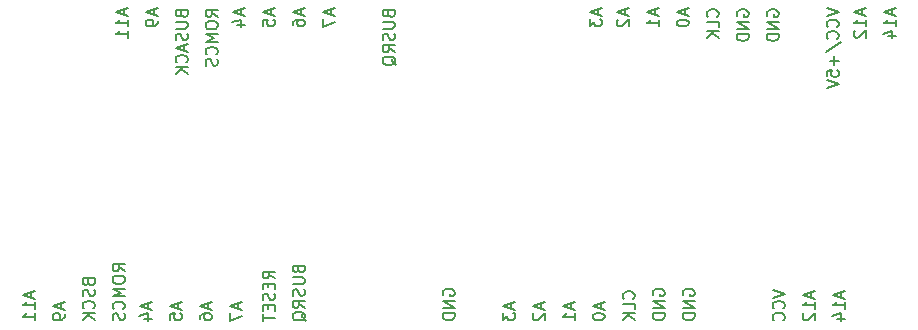
<source format=gbr>
%TF.GenerationSoftware,KiCad,Pcbnew,(6.0.10)*%
%TF.CreationDate,2023-02-24T21:34:05+03:00*%
%TF.ProjectId,Ver2.2,56657232-2e32-42e6-9b69-6361645f7063,rev?*%
%TF.SameCoordinates,Original*%
%TF.FileFunction,Legend,Bot*%
%TF.FilePolarity,Positive*%
%FSLAX46Y46*%
G04 Gerber Fmt 4.6, Leading zero omitted, Abs format (unit mm)*
G04 Created by KiCad (PCBNEW (6.0.10)) date 2023-02-24 21:34:05*
%MOMM*%
%LPD*%
G01*
G04 APERTURE LIST*
%ADD10C,0.150000*%
G04 APERTURE END LIST*
D10*
X95289666Y-73723380D02*
X95289666Y-74199570D01*
X95575380Y-73628142D02*
X94575380Y-73961475D01*
X95575380Y-74294808D01*
X95575380Y-74675761D02*
X95575380Y-74866237D01*
X95527761Y-74961475D01*
X95480142Y-75009094D01*
X95337285Y-75104332D01*
X95146809Y-75151951D01*
X94765857Y-75151951D01*
X94670619Y-75104332D01*
X94623000Y-75056713D01*
X94575380Y-74961475D01*
X94575380Y-74770999D01*
X94623000Y-74675761D01*
X94670619Y-74628142D01*
X94765857Y-74580523D01*
X95003952Y-74580523D01*
X95099190Y-74628142D01*
X95146809Y-74675761D01*
X95194428Y-74770999D01*
X95194428Y-74961475D01*
X95146809Y-75056713D01*
X95099190Y-75104332D01*
X95003952Y-75151951D01*
X118149666Y-48847666D02*
X118149666Y-49323856D01*
X118435380Y-48752428D02*
X117435380Y-49085761D01*
X118435380Y-49419094D01*
X117435380Y-49657190D02*
X117435380Y-50323856D01*
X118435380Y-49895285D01*
X145423000Y-73056714D02*
X145375380Y-72961476D01*
X145375380Y-72818619D01*
X145423000Y-72675761D01*
X145518238Y-72580523D01*
X145613476Y-72532904D01*
X145803952Y-72485285D01*
X145946809Y-72485285D01*
X146137285Y-72532904D01*
X146232523Y-72580523D01*
X146327761Y-72675761D01*
X146375380Y-72818619D01*
X146375380Y-72913857D01*
X146327761Y-73056714D01*
X146280142Y-73104333D01*
X145946809Y-73104333D01*
X145946809Y-72913857D01*
X146375380Y-73532904D02*
X145375380Y-73532904D01*
X146375380Y-74104333D01*
X145375380Y-74104333D01*
X146375380Y-74580523D02*
X145375380Y-74580523D01*
X145375380Y-74818619D01*
X145423000Y-74961476D01*
X145518238Y-75056714D01*
X145613476Y-75104333D01*
X145803952Y-75151952D01*
X145946809Y-75151952D01*
X146137285Y-75104333D01*
X146232523Y-75056714D01*
X146327761Y-74961476D01*
X146375380Y-74818619D01*
X146375380Y-74580523D01*
X97591571Y-71961476D02*
X97639190Y-72104333D01*
X97686809Y-72151952D01*
X97782047Y-72199571D01*
X97924904Y-72199571D01*
X98020142Y-72151952D01*
X98067761Y-72104333D01*
X98115380Y-72009095D01*
X98115380Y-71628142D01*
X97115380Y-71628142D01*
X97115380Y-71961476D01*
X97163000Y-72056714D01*
X97210619Y-72104333D01*
X97305857Y-72151952D01*
X97401095Y-72151952D01*
X97496333Y-72104333D01*
X97543952Y-72056714D01*
X97591571Y-71961476D01*
X97591571Y-71628142D01*
X98067761Y-72580523D02*
X98115380Y-72723380D01*
X98115380Y-72961476D01*
X98067761Y-73056714D01*
X98020142Y-73104333D01*
X97924904Y-73151952D01*
X97829666Y-73151952D01*
X97734428Y-73104333D01*
X97686809Y-73056714D01*
X97639190Y-72961476D01*
X97591571Y-72770999D01*
X97543952Y-72675761D01*
X97496333Y-72628142D01*
X97401095Y-72580523D01*
X97305857Y-72580523D01*
X97210619Y-72628142D01*
X97163000Y-72675761D01*
X97115380Y-72770999D01*
X97115380Y-73009095D01*
X97163000Y-73151952D01*
X98020142Y-74151952D02*
X98067761Y-74104333D01*
X98115380Y-73961476D01*
X98115380Y-73866238D01*
X98067761Y-73723380D01*
X97972523Y-73628142D01*
X97877285Y-73580523D01*
X97686809Y-73532904D01*
X97543952Y-73532904D01*
X97353476Y-73580523D01*
X97258238Y-73628142D01*
X97163000Y-73723380D01*
X97115380Y-73866238D01*
X97115380Y-73961476D01*
X97163000Y-74104333D01*
X97210619Y-74151952D01*
X98115380Y-74580523D02*
X97115380Y-74580523D01*
X98115380Y-75151952D02*
X97543952Y-74723380D01*
X97115380Y-75151952D02*
X97686809Y-74580523D01*
X140755666Y-48847666D02*
X140755666Y-49323856D01*
X141041380Y-48752428D02*
X140041380Y-49085761D01*
X141041380Y-49419094D01*
X140041380Y-49657190D02*
X140041380Y-50276237D01*
X140422333Y-49942904D01*
X140422333Y-50085761D01*
X140469952Y-50180999D01*
X140517571Y-50228618D01*
X140612809Y-50276237D01*
X140850904Y-50276237D01*
X140946142Y-50228618D01*
X140993761Y-50180999D01*
X141041380Y-50085761D01*
X141041380Y-49800047D01*
X140993761Y-49704809D01*
X140946142Y-49657190D01*
X143041666Y-48847666D02*
X143041666Y-49323856D01*
X143327380Y-48752428D02*
X142327380Y-49085761D01*
X143327380Y-49419094D01*
X142422619Y-49704809D02*
X142375000Y-49752428D01*
X142327380Y-49847666D01*
X142327380Y-50085761D01*
X142375000Y-50180999D01*
X142422619Y-50228618D01*
X142517857Y-50276237D01*
X142613095Y-50276237D01*
X142755952Y-50228618D01*
X143327380Y-49657190D01*
X143327380Y-50276237D01*
X133389666Y-73723380D02*
X133389666Y-74199570D01*
X133675380Y-73628142D02*
X132675380Y-73961475D01*
X133675380Y-74294808D01*
X132675380Y-74532904D02*
X132675380Y-75151951D01*
X133056333Y-74818618D01*
X133056333Y-74961475D01*
X133103952Y-75056713D01*
X133151571Y-75104332D01*
X133246809Y-75151951D01*
X133484904Y-75151951D01*
X133580142Y-75104332D01*
X133627761Y-75056713D01*
X133675380Y-74961475D01*
X133675380Y-74675761D01*
X133627761Y-74580523D01*
X133580142Y-74532904D01*
X107735666Y-73723380D02*
X107735666Y-74199570D01*
X108021380Y-73628142D02*
X107021380Y-73961475D01*
X108021380Y-74294808D01*
X107021380Y-75056713D02*
X107021380Y-74866237D01*
X107069000Y-74770999D01*
X107116619Y-74723380D01*
X107259476Y-74628142D01*
X107449952Y-74580523D01*
X107830904Y-74580523D01*
X107926142Y-74628142D01*
X107973761Y-74675761D01*
X108021380Y-74770999D01*
X108021380Y-74961475D01*
X107973761Y-75056713D01*
X107926142Y-75104332D01*
X107830904Y-75151951D01*
X107592809Y-75151951D01*
X107497571Y-75104332D01*
X107449952Y-75056713D01*
X107402333Y-74961475D01*
X107402333Y-74770999D01*
X107449952Y-74675761D01*
X107497571Y-74628142D01*
X107592809Y-74580523D01*
X155535380Y-72580523D02*
X156535380Y-72913857D01*
X155535380Y-73247190D01*
X156440142Y-74151952D02*
X156487761Y-74104333D01*
X156535380Y-73961476D01*
X156535380Y-73866237D01*
X156487761Y-73723380D01*
X156392523Y-73628142D01*
X156297285Y-73580523D01*
X156106809Y-73532904D01*
X155963952Y-73532904D01*
X155773476Y-73580523D01*
X155678238Y-73628142D01*
X155583000Y-73723380D01*
X155535380Y-73866237D01*
X155535380Y-73961476D01*
X155583000Y-74104333D01*
X155630619Y-74151952D01*
X156440142Y-75151952D02*
X156487761Y-75104333D01*
X156535380Y-74961476D01*
X156535380Y-74866237D01*
X156487761Y-74723380D01*
X156392523Y-74628142D01*
X156297285Y-74580523D01*
X156106809Y-74532904D01*
X155963952Y-74532904D01*
X155773476Y-74580523D01*
X155678238Y-74628142D01*
X155583000Y-74723380D01*
X155535380Y-74866237D01*
X155535380Y-74961476D01*
X155583000Y-75104333D01*
X155630619Y-75151952D01*
X165647666Y-48847666D02*
X165647666Y-49323857D01*
X165933380Y-48752428D02*
X164933380Y-49085762D01*
X165933380Y-49419095D01*
X165933380Y-50276238D02*
X165933380Y-49704809D01*
X165933380Y-49990523D02*
X164933380Y-49990523D01*
X165076238Y-49895285D01*
X165171476Y-49800047D01*
X165219095Y-49704809D01*
X165266714Y-51133381D02*
X165933380Y-51133381D01*
X164885761Y-50895285D02*
X165600047Y-50657190D01*
X165600047Y-51276238D01*
X110275666Y-73723380D02*
X110275666Y-74199570D01*
X110561380Y-73628142D02*
X109561380Y-73961475D01*
X110561380Y-74294808D01*
X109561380Y-74532904D02*
X109561380Y-75199570D01*
X110561380Y-74770999D01*
X122991571Y-49228619D02*
X123039190Y-49371476D01*
X123086809Y-49419095D01*
X123182047Y-49466714D01*
X123324904Y-49466714D01*
X123420142Y-49419095D01*
X123467761Y-49371476D01*
X123515380Y-49276238D01*
X123515380Y-48895285D01*
X122515380Y-48895285D01*
X122515380Y-49228619D01*
X122563000Y-49323857D01*
X122610619Y-49371476D01*
X122705857Y-49419095D01*
X122801095Y-49419095D01*
X122896333Y-49371476D01*
X122943952Y-49323857D01*
X122991571Y-49228619D01*
X122991571Y-48895285D01*
X122515380Y-49895285D02*
X123324904Y-49895285D01*
X123420142Y-49942904D01*
X123467761Y-49990523D01*
X123515380Y-50085761D01*
X123515380Y-50276238D01*
X123467761Y-50371476D01*
X123420142Y-50419095D01*
X123324904Y-50466714D01*
X122515380Y-50466714D01*
X123467761Y-50895285D02*
X123515380Y-51038142D01*
X123515380Y-51276238D01*
X123467761Y-51371476D01*
X123420142Y-51419095D01*
X123324904Y-51466714D01*
X123229666Y-51466714D01*
X123134428Y-51419095D01*
X123086809Y-51371476D01*
X123039190Y-51276238D01*
X122991571Y-51085761D01*
X122943952Y-50990523D01*
X122896333Y-50942904D01*
X122801095Y-50895285D01*
X122705857Y-50895285D01*
X122610619Y-50942904D01*
X122563000Y-50990523D01*
X122515380Y-51085761D01*
X122515380Y-51323857D01*
X122563000Y-51466714D01*
X123515380Y-52466714D02*
X123039190Y-52133380D01*
X123515380Y-51895285D02*
X122515380Y-51895285D01*
X122515380Y-52276238D01*
X122563000Y-52371476D01*
X122610619Y-52419095D01*
X122705857Y-52466714D01*
X122848714Y-52466714D01*
X122943952Y-52419095D01*
X122991571Y-52371476D01*
X123039190Y-52276238D01*
X123039190Y-51895285D01*
X123610619Y-53561952D02*
X123563000Y-53466714D01*
X123467761Y-53371476D01*
X123324904Y-53228619D01*
X123277285Y-53133380D01*
X123277285Y-53038142D01*
X123515380Y-53085761D02*
X123467761Y-52990523D01*
X123372523Y-52895285D01*
X123182047Y-52847666D01*
X122848714Y-52847666D01*
X122658238Y-52895285D01*
X122563000Y-52990523D01*
X122515380Y-53085761D01*
X122515380Y-53276238D01*
X122563000Y-53371476D01*
X122658238Y-53466714D01*
X122848714Y-53514333D01*
X123182047Y-53514333D01*
X123372523Y-53466714D01*
X123467761Y-53371476D01*
X123515380Y-53276238D01*
X123515380Y-53085761D01*
X113069666Y-48847666D02*
X113069666Y-49323856D01*
X113355380Y-48752428D02*
X112355380Y-49085761D01*
X113355380Y-49419094D01*
X112355380Y-50228618D02*
X112355380Y-49752428D01*
X112831571Y-49704809D01*
X112783952Y-49752428D01*
X112736333Y-49847666D01*
X112736333Y-50085761D01*
X112783952Y-50180999D01*
X112831571Y-50228618D01*
X112926809Y-50276237D01*
X113164904Y-50276237D01*
X113260142Y-50228618D01*
X113307761Y-50180999D01*
X113355380Y-50085761D01*
X113355380Y-49847666D01*
X113307761Y-49752428D01*
X113260142Y-49704809D01*
X110529666Y-48847666D02*
X110529666Y-49323856D01*
X110815380Y-48752428D02*
X109815380Y-49085761D01*
X110815380Y-49419094D01*
X110148714Y-50180999D02*
X110815380Y-50180999D01*
X109767761Y-49942904D02*
X110482047Y-49704809D01*
X110482047Y-50323856D01*
X160107380Y-48752428D02*
X161107380Y-49085761D01*
X160107380Y-49419095D01*
X161012142Y-50323857D02*
X161059761Y-50276238D01*
X161107380Y-50133381D01*
X161107380Y-50038142D01*
X161059761Y-49895285D01*
X160964523Y-49800047D01*
X160869285Y-49752428D01*
X160678809Y-49704809D01*
X160535952Y-49704809D01*
X160345476Y-49752428D01*
X160250238Y-49800047D01*
X160155000Y-49895285D01*
X160107380Y-50038142D01*
X160107380Y-50133381D01*
X160155000Y-50276238D01*
X160202619Y-50323857D01*
X161012142Y-51323857D02*
X161059761Y-51276238D01*
X161107380Y-51133381D01*
X161107380Y-51038142D01*
X161059761Y-50895285D01*
X160964523Y-50800047D01*
X160869285Y-50752428D01*
X160678809Y-50704809D01*
X160535952Y-50704809D01*
X160345476Y-50752428D01*
X160250238Y-50800047D01*
X160155000Y-50895285D01*
X160107380Y-51038142D01*
X160107380Y-51133381D01*
X160155000Y-51276238D01*
X160202619Y-51323857D01*
X160059761Y-52466714D02*
X161345476Y-51609571D01*
X160726428Y-52800047D02*
X160726428Y-53561952D01*
X161107380Y-53181000D02*
X160345476Y-53181000D01*
X160107380Y-54514333D02*
X160107380Y-54038142D01*
X160583571Y-53990523D01*
X160535952Y-54038142D01*
X160488333Y-54133381D01*
X160488333Y-54371476D01*
X160535952Y-54466714D01*
X160583571Y-54514333D01*
X160678809Y-54561952D01*
X160916904Y-54561952D01*
X161012142Y-54514333D01*
X161059761Y-54466714D01*
X161107380Y-54371476D01*
X161107380Y-54133381D01*
X161059761Y-54038142D01*
X161012142Y-53990523D01*
X160107380Y-54847666D02*
X161107380Y-55181000D01*
X160107380Y-55514333D01*
X150852142Y-49466713D02*
X150899761Y-49419094D01*
X150947380Y-49276237D01*
X150947380Y-49180999D01*
X150899761Y-49038142D01*
X150804523Y-48942904D01*
X150709285Y-48895285D01*
X150518809Y-48847666D01*
X150375952Y-48847666D01*
X150185476Y-48895285D01*
X150090238Y-48942904D01*
X149995000Y-49038142D01*
X149947380Y-49180999D01*
X149947380Y-49276237D01*
X149995000Y-49419094D01*
X150042619Y-49466713D01*
X150947380Y-50371475D02*
X150947380Y-49895285D01*
X149947380Y-49895285D01*
X150947380Y-50704809D02*
X149947380Y-50704809D01*
X150947380Y-51276237D02*
X150375952Y-50847666D01*
X149947380Y-51276237D02*
X150518809Y-50704809D01*
X145581666Y-48847666D02*
X145581666Y-49323856D01*
X145867380Y-48752428D02*
X144867380Y-49085761D01*
X145867380Y-49419094D01*
X145867380Y-50276237D02*
X145867380Y-49704809D01*
X145867380Y-49990523D02*
X144867380Y-49990523D01*
X145010238Y-49895285D01*
X145105476Y-49800047D01*
X145153095Y-49704809D01*
X113355380Y-71628142D02*
X112879190Y-71294808D01*
X113355380Y-71056713D02*
X112355380Y-71056713D01*
X112355380Y-71437665D01*
X112403000Y-71532903D01*
X112450619Y-71580523D01*
X112545857Y-71628142D01*
X112688714Y-71628142D01*
X112783952Y-71580523D01*
X112831571Y-71532903D01*
X112879190Y-71437665D01*
X112879190Y-71056713D01*
X112831571Y-72056713D02*
X112831571Y-72390046D01*
X113355380Y-72532903D02*
X113355380Y-72056713D01*
X112355380Y-72056713D01*
X112355380Y-72532903D01*
X113307761Y-72913856D02*
X113355380Y-73056713D01*
X113355380Y-73294808D01*
X113307761Y-73390046D01*
X113260142Y-73437665D01*
X113164904Y-73485284D01*
X113069666Y-73485284D01*
X112974428Y-73437665D01*
X112926809Y-73390046D01*
X112879190Y-73294808D01*
X112831571Y-73104332D01*
X112783952Y-73009094D01*
X112736333Y-72961475D01*
X112641095Y-72913856D01*
X112545857Y-72913856D01*
X112450619Y-72961475D01*
X112403000Y-73009094D01*
X112355380Y-73104332D01*
X112355380Y-73342427D01*
X112403000Y-73485284D01*
X112831571Y-73913856D02*
X112831571Y-74247189D01*
X113355380Y-74390046D02*
X113355380Y-73913856D01*
X112355380Y-73913856D01*
X112355380Y-74390046D01*
X112355380Y-74675761D02*
X112355380Y-75247189D01*
X113355380Y-74961475D02*
X112355380Y-74961475D01*
X138469666Y-73723380D02*
X138469666Y-74199570D01*
X138755380Y-73628142D02*
X137755380Y-73961475D01*
X138755380Y-74294808D01*
X138755380Y-75151951D02*
X138755380Y-74580523D01*
X138755380Y-74866237D02*
X137755380Y-74866237D01*
X137898238Y-74770999D01*
X137993476Y-74675761D01*
X138041095Y-74580523D01*
X100655380Y-71009095D02*
X100179190Y-70675761D01*
X100655380Y-70437666D02*
X99655380Y-70437666D01*
X99655380Y-70818619D01*
X99703000Y-70913857D01*
X99750619Y-70961476D01*
X99845857Y-71009095D01*
X99988714Y-71009095D01*
X100083952Y-70961476D01*
X100131571Y-70913857D01*
X100179190Y-70818619D01*
X100179190Y-70437666D01*
X99655380Y-71628142D02*
X99655380Y-71818619D01*
X99703000Y-71913857D01*
X99798238Y-72009095D01*
X99988714Y-72056714D01*
X100322047Y-72056714D01*
X100512523Y-72009095D01*
X100607761Y-71913857D01*
X100655380Y-71818619D01*
X100655380Y-71628142D01*
X100607761Y-71532904D01*
X100512523Y-71437666D01*
X100322047Y-71390047D01*
X99988714Y-71390047D01*
X99798238Y-71437666D01*
X99703000Y-71532904D01*
X99655380Y-71628142D01*
X100655380Y-72485285D02*
X99655380Y-72485285D01*
X100369666Y-72818619D01*
X99655380Y-73151952D01*
X100655380Y-73151952D01*
X100560142Y-74199571D02*
X100607761Y-74151952D01*
X100655380Y-74009095D01*
X100655380Y-73913857D01*
X100607761Y-73771000D01*
X100512523Y-73675761D01*
X100417285Y-73628142D01*
X100226809Y-73580523D01*
X100083952Y-73580523D01*
X99893476Y-73628142D01*
X99798238Y-73675761D01*
X99703000Y-73771000D01*
X99655380Y-73913857D01*
X99655380Y-74009095D01*
X99703000Y-74151952D01*
X99750619Y-74199571D01*
X100607761Y-74580523D02*
X100655380Y-74723380D01*
X100655380Y-74961476D01*
X100607761Y-75056714D01*
X100560142Y-75104333D01*
X100464904Y-75151952D01*
X100369666Y-75151952D01*
X100274428Y-75104333D01*
X100226809Y-75056714D01*
X100179190Y-74961476D01*
X100131571Y-74771000D01*
X100083952Y-74675761D01*
X100036333Y-74628142D01*
X99941095Y-74580523D01*
X99845857Y-74580523D01*
X99750619Y-74628142D01*
X99703000Y-74675761D01*
X99655380Y-74771000D01*
X99655380Y-75009095D01*
X99703000Y-75151952D01*
X105465571Y-49228619D02*
X105513190Y-49371476D01*
X105560809Y-49419095D01*
X105656047Y-49466714D01*
X105798904Y-49466714D01*
X105894142Y-49419095D01*
X105941761Y-49371476D01*
X105989380Y-49276238D01*
X105989380Y-48895285D01*
X104989380Y-48895285D01*
X104989380Y-49228619D01*
X105037000Y-49323857D01*
X105084619Y-49371476D01*
X105179857Y-49419095D01*
X105275095Y-49419095D01*
X105370333Y-49371476D01*
X105417952Y-49323857D01*
X105465571Y-49228619D01*
X105465571Y-48895285D01*
X104989380Y-49895285D02*
X105798904Y-49895285D01*
X105894142Y-49942904D01*
X105941761Y-49990523D01*
X105989380Y-50085762D01*
X105989380Y-50276238D01*
X105941761Y-50371476D01*
X105894142Y-50419095D01*
X105798904Y-50466714D01*
X104989380Y-50466714D01*
X105941761Y-50895285D02*
X105989380Y-51038142D01*
X105989380Y-51276238D01*
X105941761Y-51371476D01*
X105894142Y-51419095D01*
X105798904Y-51466714D01*
X105703666Y-51466714D01*
X105608428Y-51419095D01*
X105560809Y-51371476D01*
X105513190Y-51276238D01*
X105465571Y-51085762D01*
X105417952Y-50990523D01*
X105370333Y-50942904D01*
X105275095Y-50895285D01*
X105179857Y-50895285D01*
X105084619Y-50942904D01*
X105037000Y-50990523D01*
X104989380Y-51085762D01*
X104989380Y-51323857D01*
X105037000Y-51466714D01*
X105703666Y-51847666D02*
X105703666Y-52323857D01*
X105989380Y-51752428D02*
X104989380Y-52085762D01*
X105989380Y-52419095D01*
X105894142Y-53323857D02*
X105941761Y-53276238D01*
X105989380Y-53133381D01*
X105989380Y-53038142D01*
X105941761Y-52895285D01*
X105846523Y-52800047D01*
X105751285Y-52752428D01*
X105560809Y-52704809D01*
X105417952Y-52704809D01*
X105227476Y-52752428D01*
X105132238Y-52800047D01*
X105037000Y-52895285D01*
X104989380Y-53038142D01*
X104989380Y-53133381D01*
X105037000Y-53276238D01*
X105084619Y-53323857D01*
X105989380Y-53752428D02*
X104989380Y-53752428D01*
X105989380Y-54323857D02*
X105417952Y-53895285D01*
X104989380Y-54323857D02*
X105560809Y-53752428D01*
X161329666Y-72770999D02*
X161329666Y-73247190D01*
X161615380Y-72675761D02*
X160615380Y-73009095D01*
X161615380Y-73342428D01*
X161615380Y-74199571D02*
X161615380Y-73628142D01*
X161615380Y-73913856D02*
X160615380Y-73913856D01*
X160758238Y-73818618D01*
X160853476Y-73723380D01*
X160901095Y-73628142D01*
X160948714Y-75056714D02*
X161615380Y-75056714D01*
X160567761Y-74818618D02*
X161282047Y-74580523D01*
X161282047Y-75199571D01*
X127643000Y-73056714D02*
X127595380Y-72961476D01*
X127595380Y-72818619D01*
X127643000Y-72675761D01*
X127738238Y-72580523D01*
X127833476Y-72532904D01*
X128023952Y-72485285D01*
X128166809Y-72485285D01*
X128357285Y-72532904D01*
X128452523Y-72580523D01*
X128547761Y-72675761D01*
X128595380Y-72818619D01*
X128595380Y-72913857D01*
X128547761Y-73056714D01*
X128500142Y-73104333D01*
X128166809Y-73104333D01*
X128166809Y-72913857D01*
X128595380Y-73532904D02*
X127595380Y-73532904D01*
X128595380Y-74104333D01*
X127595380Y-74104333D01*
X128595380Y-74580523D02*
X127595380Y-74580523D01*
X127595380Y-74818619D01*
X127643000Y-74961476D01*
X127738238Y-75056714D01*
X127833476Y-75104333D01*
X128023952Y-75151952D01*
X128166809Y-75151952D01*
X128357285Y-75104333D01*
X128452523Y-75056714D01*
X128547761Y-74961476D01*
X128595380Y-74818619D01*
X128595380Y-74580523D01*
X135929666Y-73723380D02*
X135929666Y-74199570D01*
X136215380Y-73628142D02*
X135215380Y-73961475D01*
X136215380Y-74294808D01*
X135310619Y-74580523D02*
X135263000Y-74628142D01*
X135215380Y-74723380D01*
X135215380Y-74961475D01*
X135263000Y-75056713D01*
X135310619Y-75104332D01*
X135405857Y-75151951D01*
X135501095Y-75151951D01*
X135643952Y-75104332D01*
X136215380Y-74532904D01*
X136215380Y-75151951D01*
X163107666Y-48847666D02*
X163107666Y-49323857D01*
X163393380Y-48752428D02*
X162393380Y-49085762D01*
X163393380Y-49419095D01*
X163393380Y-50276238D02*
X163393380Y-49704809D01*
X163393380Y-49990523D02*
X162393380Y-49990523D01*
X162536238Y-49895285D01*
X162631476Y-49800047D01*
X162679095Y-49704809D01*
X162488619Y-50657190D02*
X162441000Y-50704809D01*
X162393380Y-50800047D01*
X162393380Y-51038143D01*
X162441000Y-51133381D01*
X162488619Y-51181000D01*
X162583857Y-51228619D01*
X162679095Y-51228619D01*
X162821952Y-51181000D01*
X163393380Y-50609571D01*
X163393380Y-51228619D01*
X155075000Y-49419095D02*
X155027380Y-49323857D01*
X155027380Y-49181000D01*
X155075000Y-49038142D01*
X155170238Y-48942904D01*
X155265476Y-48895285D01*
X155455952Y-48847666D01*
X155598809Y-48847666D01*
X155789285Y-48895285D01*
X155884523Y-48942904D01*
X155979761Y-49038142D01*
X156027380Y-49181000D01*
X156027380Y-49276238D01*
X155979761Y-49419095D01*
X155932142Y-49466714D01*
X155598809Y-49466714D01*
X155598809Y-49276238D01*
X156027380Y-49895285D02*
X155027380Y-49895285D01*
X156027380Y-50466714D01*
X155027380Y-50466714D01*
X156027380Y-50942904D02*
X155027380Y-50942904D01*
X155027380Y-51181000D01*
X155075000Y-51323857D01*
X155170238Y-51419095D01*
X155265476Y-51466714D01*
X155455952Y-51514333D01*
X155598809Y-51514333D01*
X155789285Y-51466714D01*
X155884523Y-51419095D01*
X155979761Y-51323857D01*
X156027380Y-51181000D01*
X156027380Y-50942904D01*
X103163666Y-48847666D02*
X103163666Y-49323856D01*
X103449380Y-48752428D02*
X102449380Y-49085761D01*
X103449380Y-49419094D01*
X103449380Y-49800047D02*
X103449380Y-49990523D01*
X103401761Y-50085761D01*
X103354142Y-50133380D01*
X103211285Y-50228618D01*
X103020809Y-50276237D01*
X102639857Y-50276237D01*
X102544619Y-50228618D01*
X102497000Y-50180999D01*
X102449380Y-50085761D01*
X102449380Y-49895285D01*
X102497000Y-49800047D01*
X102544619Y-49752428D01*
X102639857Y-49704809D01*
X102877952Y-49704809D01*
X102973190Y-49752428D01*
X103020809Y-49800047D01*
X103068428Y-49895285D01*
X103068428Y-50085761D01*
X103020809Y-50180999D01*
X102973190Y-50228618D01*
X102877952Y-50276237D01*
X115371571Y-70866238D02*
X115419190Y-71009095D01*
X115466809Y-71056714D01*
X115562047Y-71104333D01*
X115704904Y-71104333D01*
X115800142Y-71056714D01*
X115847761Y-71009095D01*
X115895380Y-70913857D01*
X115895380Y-70532904D01*
X114895380Y-70532904D01*
X114895380Y-70866238D01*
X114943000Y-70961476D01*
X114990619Y-71009095D01*
X115085857Y-71056714D01*
X115181095Y-71056714D01*
X115276333Y-71009095D01*
X115323952Y-70961476D01*
X115371571Y-70866238D01*
X115371571Y-70532904D01*
X114895380Y-71532904D02*
X115704904Y-71532904D01*
X115800142Y-71580523D01*
X115847761Y-71628142D01*
X115895380Y-71723380D01*
X115895380Y-71913857D01*
X115847761Y-72009095D01*
X115800142Y-72056714D01*
X115704904Y-72104333D01*
X114895380Y-72104333D01*
X115847761Y-72532904D02*
X115895380Y-72675761D01*
X115895380Y-72913857D01*
X115847761Y-73009095D01*
X115800142Y-73056714D01*
X115704904Y-73104333D01*
X115609666Y-73104333D01*
X115514428Y-73056714D01*
X115466809Y-73009095D01*
X115419190Y-72913857D01*
X115371571Y-72723380D01*
X115323952Y-72628142D01*
X115276333Y-72580523D01*
X115181095Y-72532904D01*
X115085857Y-72532904D01*
X114990619Y-72580523D01*
X114943000Y-72628142D01*
X114895380Y-72723380D01*
X114895380Y-72961476D01*
X114943000Y-73104333D01*
X115895380Y-74104333D02*
X115419190Y-73770999D01*
X115895380Y-73532904D02*
X114895380Y-73532904D01*
X114895380Y-73913857D01*
X114943000Y-74009095D01*
X114990619Y-74056714D01*
X115085857Y-74104333D01*
X115228714Y-74104333D01*
X115323952Y-74056714D01*
X115371571Y-74009095D01*
X115419190Y-73913857D01*
X115419190Y-73532904D01*
X115990619Y-75199571D02*
X115943000Y-75104333D01*
X115847761Y-75009095D01*
X115704904Y-74866238D01*
X115657285Y-74770999D01*
X115657285Y-74675761D01*
X115895380Y-74723380D02*
X115847761Y-74628142D01*
X115752523Y-74532904D01*
X115562047Y-74485285D01*
X115228714Y-74485285D01*
X115038238Y-74532904D01*
X114943000Y-74628142D01*
X114895380Y-74723380D01*
X114895380Y-74913857D01*
X114943000Y-75009095D01*
X115038238Y-75104333D01*
X115228714Y-75151952D01*
X115562047Y-75151952D01*
X115752523Y-75104333D01*
X115847761Y-75009095D01*
X115895380Y-74913857D01*
X115895380Y-74723380D01*
X105195666Y-73723380D02*
X105195666Y-74199570D01*
X105481380Y-73628142D02*
X104481380Y-73961475D01*
X105481380Y-74294808D01*
X104481380Y-75104332D02*
X104481380Y-74628142D01*
X104957571Y-74580523D01*
X104909952Y-74628142D01*
X104862333Y-74723380D01*
X104862333Y-74961475D01*
X104909952Y-75056713D01*
X104957571Y-75104332D01*
X105052809Y-75151951D01*
X105290904Y-75151951D01*
X105386142Y-75104332D01*
X105433761Y-75056713D01*
X105481380Y-74961475D01*
X105481380Y-74723380D01*
X105433761Y-74628142D01*
X105386142Y-74580523D01*
X102655666Y-73723380D02*
X102655666Y-74199570D01*
X102941380Y-73628142D02*
X101941380Y-73961475D01*
X102941380Y-74294808D01*
X102274714Y-75056713D02*
X102941380Y-75056713D01*
X101893761Y-74818618D02*
X102608047Y-74580523D01*
X102608047Y-75199570D01*
X158789666Y-72770999D02*
X158789666Y-73247190D01*
X159075380Y-72675761D02*
X158075380Y-73009095D01*
X159075380Y-73342428D01*
X159075380Y-74199571D02*
X159075380Y-73628142D01*
X159075380Y-73913856D02*
X158075380Y-73913856D01*
X158218238Y-73818618D01*
X158313476Y-73723380D01*
X158361095Y-73628142D01*
X158170619Y-74580523D02*
X158123000Y-74628142D01*
X158075380Y-74723380D01*
X158075380Y-74961476D01*
X158123000Y-75056714D01*
X158170619Y-75104333D01*
X158265857Y-75151952D01*
X158361095Y-75151952D01*
X158503952Y-75104333D01*
X159075380Y-74532904D01*
X159075380Y-75151952D01*
X152535000Y-49419095D02*
X152487380Y-49323857D01*
X152487380Y-49181000D01*
X152535000Y-49038142D01*
X152630238Y-48942904D01*
X152725476Y-48895285D01*
X152915952Y-48847666D01*
X153058809Y-48847666D01*
X153249285Y-48895285D01*
X153344523Y-48942904D01*
X153439761Y-49038142D01*
X153487380Y-49181000D01*
X153487380Y-49276238D01*
X153439761Y-49419095D01*
X153392142Y-49466714D01*
X153058809Y-49466714D01*
X153058809Y-49276238D01*
X153487380Y-49895285D02*
X152487380Y-49895285D01*
X153487380Y-50466714D01*
X152487380Y-50466714D01*
X153487380Y-50942904D02*
X152487380Y-50942904D01*
X152487380Y-51181000D01*
X152535000Y-51323857D01*
X152630238Y-51419095D01*
X152725476Y-51466714D01*
X152915952Y-51514333D01*
X153058809Y-51514333D01*
X153249285Y-51466714D01*
X153344523Y-51419095D01*
X153439761Y-51323857D01*
X153487380Y-51181000D01*
X153487380Y-50942904D01*
X115609666Y-48847666D02*
X115609666Y-49323856D01*
X115895380Y-48752428D02*
X114895380Y-49085761D01*
X115895380Y-49419094D01*
X114895380Y-50180999D02*
X114895380Y-49990523D01*
X114943000Y-49895285D01*
X114990619Y-49847666D01*
X115133476Y-49752428D01*
X115323952Y-49704809D01*
X115704904Y-49704809D01*
X115800142Y-49752428D01*
X115847761Y-49800047D01*
X115895380Y-49895285D01*
X115895380Y-50085761D01*
X115847761Y-50180999D01*
X115800142Y-50228618D01*
X115704904Y-50276237D01*
X115466809Y-50276237D01*
X115371571Y-50228618D01*
X115323952Y-50180999D01*
X115276333Y-50085761D01*
X115276333Y-49895285D01*
X115323952Y-49800047D01*
X115371571Y-49752428D01*
X115466809Y-49704809D01*
X92749666Y-72770999D02*
X92749666Y-73247190D01*
X93035380Y-72675761D02*
X92035380Y-73009095D01*
X93035380Y-73342428D01*
X93035380Y-74199571D02*
X93035380Y-73628142D01*
X93035380Y-73913856D02*
X92035380Y-73913856D01*
X92178238Y-73818618D01*
X92273476Y-73723380D01*
X92321095Y-73628142D01*
X93035380Y-75151952D02*
X93035380Y-74580523D01*
X93035380Y-74866237D02*
X92035380Y-74866237D01*
X92178238Y-74770999D01*
X92273476Y-74675761D01*
X92321095Y-74580523D01*
X147963000Y-73056714D02*
X147915380Y-72961476D01*
X147915380Y-72818619D01*
X147963000Y-72675761D01*
X148058238Y-72580523D01*
X148153476Y-72532904D01*
X148343952Y-72485285D01*
X148486809Y-72485285D01*
X148677285Y-72532904D01*
X148772523Y-72580523D01*
X148867761Y-72675761D01*
X148915380Y-72818619D01*
X148915380Y-72913857D01*
X148867761Y-73056714D01*
X148820142Y-73104333D01*
X148486809Y-73104333D01*
X148486809Y-72913857D01*
X148915380Y-73532904D02*
X147915380Y-73532904D01*
X148915380Y-74104333D01*
X147915380Y-74104333D01*
X148915380Y-74580523D02*
X147915380Y-74580523D01*
X147915380Y-74818619D01*
X147963000Y-74961476D01*
X148058238Y-75056714D01*
X148153476Y-75104333D01*
X148343952Y-75151952D01*
X148486809Y-75151952D01*
X148677285Y-75104333D01*
X148772523Y-75056714D01*
X148867761Y-74961476D01*
X148915380Y-74818619D01*
X148915380Y-74580523D01*
X141009666Y-73723380D02*
X141009666Y-74199570D01*
X141295380Y-73628142D02*
X140295380Y-73961475D01*
X141295380Y-74294808D01*
X140295380Y-74818618D02*
X140295380Y-74913856D01*
X140343000Y-75009094D01*
X140390619Y-75056713D01*
X140485857Y-75104332D01*
X140676333Y-75151951D01*
X140914428Y-75151951D01*
X141104904Y-75104332D01*
X141200142Y-75056713D01*
X141247761Y-75009094D01*
X141295380Y-74913856D01*
X141295380Y-74818618D01*
X141247761Y-74723380D01*
X141200142Y-74675761D01*
X141104904Y-74628142D01*
X140914428Y-74580523D01*
X140676333Y-74580523D01*
X140485857Y-74628142D01*
X140390619Y-74675761D01*
X140343000Y-74723380D01*
X140295380Y-74818618D01*
X100623666Y-48847666D02*
X100623666Y-49323857D01*
X100909380Y-48752428D02*
X99909380Y-49085762D01*
X100909380Y-49419095D01*
X100909380Y-50276238D02*
X100909380Y-49704809D01*
X100909380Y-49990523D02*
X99909380Y-49990523D01*
X100052238Y-49895285D01*
X100147476Y-49800047D01*
X100195095Y-49704809D01*
X100909380Y-51228619D02*
X100909380Y-50657190D01*
X100909380Y-50942904D02*
X99909380Y-50942904D01*
X100052238Y-50847666D01*
X100147476Y-50752428D01*
X100195095Y-50657190D01*
X143740142Y-73342427D02*
X143787761Y-73294808D01*
X143835380Y-73151951D01*
X143835380Y-73056713D01*
X143787761Y-72913856D01*
X143692523Y-72818618D01*
X143597285Y-72770999D01*
X143406809Y-72723380D01*
X143263952Y-72723380D01*
X143073476Y-72770999D01*
X142978238Y-72818618D01*
X142883000Y-72913856D01*
X142835380Y-73056713D01*
X142835380Y-73151951D01*
X142883000Y-73294808D01*
X142930619Y-73342427D01*
X143835380Y-74247189D02*
X143835380Y-73770999D01*
X142835380Y-73770999D01*
X143835380Y-74580523D02*
X142835380Y-74580523D01*
X143835380Y-75151951D02*
X143263952Y-74723380D01*
X142835380Y-75151951D02*
X143406809Y-74580523D01*
X148121666Y-48847666D02*
X148121666Y-49323856D01*
X148407380Y-48752428D02*
X147407380Y-49085761D01*
X148407380Y-49419094D01*
X147407380Y-49942904D02*
X147407380Y-50038142D01*
X147455000Y-50133380D01*
X147502619Y-50180999D01*
X147597857Y-50228618D01*
X147788333Y-50276237D01*
X148026428Y-50276237D01*
X148216904Y-50228618D01*
X148312142Y-50180999D01*
X148359761Y-50133380D01*
X148407380Y-50038142D01*
X148407380Y-49942904D01*
X148359761Y-49847666D01*
X148312142Y-49800047D01*
X148216904Y-49752428D01*
X148026428Y-49704809D01*
X147788333Y-49704809D01*
X147597857Y-49752428D01*
X147502619Y-49800047D01*
X147455000Y-49847666D01*
X147407380Y-49942904D01*
X108529380Y-49466714D02*
X108053190Y-49133380D01*
X108529380Y-48895285D02*
X107529380Y-48895285D01*
X107529380Y-49276238D01*
X107577000Y-49371476D01*
X107624619Y-49419095D01*
X107719857Y-49466714D01*
X107862714Y-49466714D01*
X107957952Y-49419095D01*
X108005571Y-49371476D01*
X108053190Y-49276238D01*
X108053190Y-48895285D01*
X107529380Y-50085761D02*
X107529380Y-50276238D01*
X107577000Y-50371476D01*
X107672238Y-50466714D01*
X107862714Y-50514333D01*
X108196047Y-50514333D01*
X108386523Y-50466714D01*
X108481761Y-50371476D01*
X108529380Y-50276238D01*
X108529380Y-50085761D01*
X108481761Y-49990523D01*
X108386523Y-49895285D01*
X108196047Y-49847666D01*
X107862714Y-49847666D01*
X107672238Y-49895285D01*
X107577000Y-49990523D01*
X107529380Y-50085761D01*
X108529380Y-50942904D02*
X107529380Y-50942904D01*
X108243666Y-51276238D01*
X107529380Y-51609571D01*
X108529380Y-51609571D01*
X108434142Y-52657190D02*
X108481761Y-52609571D01*
X108529380Y-52466714D01*
X108529380Y-52371476D01*
X108481761Y-52228619D01*
X108386523Y-52133380D01*
X108291285Y-52085761D01*
X108100809Y-52038142D01*
X107957952Y-52038142D01*
X107767476Y-52085761D01*
X107672238Y-52133380D01*
X107577000Y-52228619D01*
X107529380Y-52371476D01*
X107529380Y-52466714D01*
X107577000Y-52609571D01*
X107624619Y-52657190D01*
X108481761Y-53038142D02*
X108529380Y-53180999D01*
X108529380Y-53419095D01*
X108481761Y-53514333D01*
X108434142Y-53561952D01*
X108338904Y-53609571D01*
X108243666Y-53609571D01*
X108148428Y-53561952D01*
X108100809Y-53514333D01*
X108053190Y-53419095D01*
X108005571Y-53228619D01*
X107957952Y-53133380D01*
X107910333Y-53085761D01*
X107815095Y-53038142D01*
X107719857Y-53038142D01*
X107624619Y-53085761D01*
X107577000Y-53133380D01*
X107529380Y-53228619D01*
X107529380Y-53466714D01*
X107577000Y-53609571D01*
M02*

</source>
